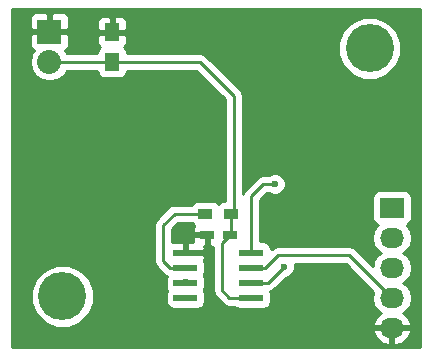
<source format=gbr>
G04 #@! TF.FileFunction,Copper,L2,Bot,Signal*
%FSLAX46Y46*%
G04 Gerber Fmt 4.6, Leading zero omitted, Abs format (unit mm)*
G04 Created by KiCad (PCBNEW (2015-09-17 BZR 6202)-product) date Saturday, October 24, 2015 'PMt' 10:04:51 PM*
%MOMM*%
G01*
G04 APERTURE LIST*
%ADD10C,0.100000*%
%ADD11R,1.250000X1.500000*%
%ADD12R,1.200000X0.750000*%
%ADD13R,1.998980X0.599440*%
%ADD14R,2.032000X1.727200*%
%ADD15O,2.032000X1.727200*%
%ADD16R,2.032000X2.032000*%
%ADD17O,2.032000X2.032000*%
%ADD18R,1.200000X0.900000*%
%ADD19C,4.064000*%
%ADD20C,0.600000*%
%ADD21C,0.250000*%
%ADD22C,0.254000*%
G04 APERTURE END LIST*
D10*
D11*
X109200000Y-105150000D03*
X109200000Y-102650000D03*
D12*
X119150000Y-119800000D03*
X117250000Y-119800000D03*
D13*
X115406000Y-125105000D03*
X115406000Y-123835000D03*
X115406000Y-122565000D03*
X115406000Y-121295000D03*
X120994000Y-121295000D03*
X120994000Y-122565000D03*
X120994000Y-123835000D03*
X120994000Y-125105000D03*
D14*
X132900000Y-117500000D03*
D15*
X132900000Y-120040000D03*
X132900000Y-122580000D03*
X132900000Y-125120000D03*
X132900000Y-127660000D03*
D16*
X103900000Y-102600000D03*
D17*
X103900000Y-105140000D03*
D18*
X119300000Y-118000000D03*
X117100000Y-118000000D03*
D19*
X131000000Y-104000000D03*
X105000000Y-125000000D03*
X105000000Y-125000000D03*
D20*
X115500000Y-123750000D03*
X117000000Y-118000000D03*
X123000000Y-115500000D03*
X123750000Y-122500000D03*
D21*
X119150000Y-119800000D02*
X119150000Y-119850000D01*
X119150000Y-119850000D02*
X118500000Y-120500000D01*
X119105000Y-125105000D02*
X120994000Y-125105000D01*
X118500000Y-124500000D02*
X119105000Y-125105000D01*
X118500000Y-120500000D02*
X118500000Y-124500000D01*
X119300000Y-118000000D02*
X119300000Y-119650000D01*
X119300000Y-119650000D02*
X119150000Y-119800000D01*
X109200000Y-105150000D02*
X116650000Y-105150000D01*
X119500000Y-108000000D02*
X119500000Y-117800000D01*
X116650000Y-105150000D02*
X119500000Y-108000000D01*
X119500000Y-117800000D02*
X119300000Y-118000000D01*
X103900000Y-105140000D02*
X109190000Y-105140000D01*
X109190000Y-105140000D02*
X109200000Y-105150000D01*
X115500000Y-123750000D02*
X115406000Y-123835000D01*
X115406000Y-122565000D02*
X114065000Y-122565000D01*
X114500000Y-118000000D02*
X117100000Y-118000000D01*
X113500000Y-119000000D02*
X114500000Y-118000000D01*
X113500000Y-122000000D02*
X113500000Y-119000000D01*
X114065000Y-122565000D02*
X113500000Y-122000000D01*
X117000000Y-118000000D02*
X117100000Y-118000000D01*
X120994000Y-121295000D02*
X120994000Y-116506000D01*
X122000000Y-115500000D02*
X123000000Y-115500000D01*
X120994000Y-116506000D02*
X122000000Y-115500000D01*
X120994000Y-122565000D02*
X122185000Y-122565000D01*
X129280000Y-121500000D02*
X132900000Y-125120000D01*
X123250000Y-121500000D02*
X129280000Y-121500000D01*
X122185000Y-122565000D02*
X123250000Y-121500000D01*
X122415000Y-123835000D02*
X120994000Y-123835000D01*
X123750000Y-122500000D02*
X122415000Y-123835000D01*
D22*
G36*
X135290000Y-129290000D02*
X100710000Y-129290000D01*
X100710000Y-128019026D01*
X131292642Y-128019026D01*
X131295291Y-128034791D01*
X131549268Y-128562036D01*
X131985680Y-128951954D01*
X132538087Y-129145184D01*
X132773000Y-129000924D01*
X132773000Y-127787000D01*
X133027000Y-127787000D01*
X133027000Y-129000924D01*
X133261913Y-129145184D01*
X133814320Y-128951954D01*
X134250732Y-128562036D01*
X134504709Y-128034791D01*
X134507358Y-128019026D01*
X134386217Y-127787000D01*
X133027000Y-127787000D01*
X132773000Y-127787000D01*
X131413783Y-127787000D01*
X131292642Y-128019026D01*
X100710000Y-128019026D01*
X100710000Y-125528172D01*
X102332538Y-125528172D01*
X102737709Y-126508761D01*
X103487293Y-127259655D01*
X104467173Y-127666536D01*
X105528172Y-127667462D01*
X106508761Y-127262291D01*
X107259655Y-126512707D01*
X107666536Y-125532827D01*
X107667462Y-124471828D01*
X107262291Y-123491239D01*
X106512707Y-122740345D01*
X105532827Y-122333464D01*
X104471828Y-122332538D01*
X103491239Y-122737709D01*
X102740345Y-123487293D01*
X102333464Y-124467173D01*
X102332538Y-125528172D01*
X100710000Y-125528172D01*
X100710000Y-105140000D01*
X102216655Y-105140000D01*
X102342330Y-105771810D01*
X102700222Y-106307433D01*
X103235845Y-106665325D01*
X103867655Y-106791000D01*
X103932345Y-106791000D01*
X104564155Y-106665325D01*
X105099778Y-106307433D01*
X105372016Y-105900000D01*
X107927560Y-105900000D01*
X107971838Y-106135317D01*
X108110910Y-106351441D01*
X108323110Y-106496431D01*
X108575000Y-106547440D01*
X109825000Y-106547440D01*
X110060317Y-106503162D01*
X110276441Y-106364090D01*
X110421431Y-106151890D01*
X110470415Y-105910000D01*
X116335198Y-105910000D01*
X118740000Y-108314802D01*
X118740000Y-116902560D01*
X118700000Y-116902560D01*
X118464683Y-116946838D01*
X118248559Y-117085910D01*
X118200866Y-117155711D01*
X118164090Y-117098559D01*
X117951890Y-116953569D01*
X117700000Y-116902560D01*
X116500000Y-116902560D01*
X116264683Y-116946838D01*
X116048559Y-117085910D01*
X115943274Y-117240000D01*
X114500000Y-117240000D01*
X114209161Y-117297852D01*
X113962599Y-117462599D01*
X112962599Y-118462599D01*
X112797852Y-118709161D01*
X112740000Y-119000000D01*
X112740000Y-122000000D01*
X112797852Y-122290839D01*
X112962599Y-122537401D01*
X113527599Y-123102401D01*
X113774161Y-123267148D01*
X113815551Y-123275381D01*
X113810079Y-123283390D01*
X113759070Y-123535280D01*
X113759070Y-124134720D01*
X113803348Y-124370037D01*
X113867374Y-124469536D01*
X113810079Y-124553390D01*
X113759070Y-124805280D01*
X113759070Y-125404720D01*
X113803348Y-125640037D01*
X113942420Y-125856161D01*
X114154620Y-126001151D01*
X114406510Y-126052160D01*
X116405490Y-126052160D01*
X116640807Y-126007882D01*
X116856931Y-125868810D01*
X117001921Y-125656610D01*
X117052930Y-125404720D01*
X117052930Y-124805280D01*
X117008652Y-124569963D01*
X116944626Y-124470464D01*
X117001921Y-124386610D01*
X117052930Y-124134720D01*
X117052930Y-123535280D01*
X117008652Y-123299963D01*
X116944626Y-123200464D01*
X117001921Y-123116610D01*
X117052930Y-122864720D01*
X117052930Y-122265280D01*
X117008652Y-122029963D01*
X116950170Y-121939080D01*
X117040490Y-121721029D01*
X117040490Y-121580750D01*
X116881740Y-121422000D01*
X115533000Y-121422000D01*
X115533000Y-121442000D01*
X115279000Y-121442000D01*
X115279000Y-121422000D01*
X115259000Y-121422000D01*
X115259000Y-121168000D01*
X115279000Y-121168000D01*
X115279000Y-120519030D01*
X115533000Y-120519030D01*
X115533000Y-121168000D01*
X116881740Y-121168000D01*
X117040490Y-121009250D01*
X117040490Y-120868971D01*
X117000888Y-120773362D01*
X117123000Y-120651250D01*
X117123000Y-119927000D01*
X116173750Y-119927000D01*
X116015000Y-120085750D01*
X116015000Y-120301310D01*
X116039426Y-120360280D01*
X115691750Y-120360280D01*
X115533000Y-120519030D01*
X115279000Y-120519030D01*
X115120250Y-120360280D01*
X114280200Y-120360280D01*
X114260000Y-120368647D01*
X114260000Y-119314802D01*
X114814802Y-118760000D01*
X115944895Y-118760000D01*
X116035910Y-118901441D01*
X116178266Y-118998709D01*
X116111673Y-119065301D01*
X116015000Y-119298690D01*
X116015000Y-119514250D01*
X116173750Y-119673000D01*
X117123000Y-119673000D01*
X117123000Y-119653000D01*
X117377000Y-119653000D01*
X117377000Y-119673000D01*
X117397000Y-119673000D01*
X117397000Y-119927000D01*
X117377000Y-119927000D01*
X117377000Y-120651250D01*
X117535750Y-120810000D01*
X117740000Y-120810000D01*
X117740000Y-124500000D01*
X117797852Y-124790839D01*
X117962599Y-125037401D01*
X118567599Y-125642401D01*
X118814160Y-125807148D01*
X119105000Y-125865000D01*
X119543356Y-125865000D01*
X119742620Y-126001151D01*
X119994510Y-126052160D01*
X121993490Y-126052160D01*
X122228807Y-126007882D01*
X122444931Y-125868810D01*
X122589921Y-125656610D01*
X122640930Y-125404720D01*
X122640930Y-124805280D01*
X122596652Y-124569963D01*
X122590322Y-124560126D01*
X122705839Y-124537148D01*
X122952401Y-124372401D01*
X123889680Y-123435122D01*
X123935167Y-123435162D01*
X124278943Y-123293117D01*
X124542192Y-123030327D01*
X124684838Y-122686799D01*
X124685162Y-122314833D01*
X124662506Y-122260000D01*
X128965198Y-122260000D01*
X131317619Y-124612421D01*
X131216655Y-125120000D01*
X131330729Y-125693489D01*
X131655585Y-126179670D01*
X131965069Y-126386461D01*
X131549268Y-126757964D01*
X131295291Y-127285209D01*
X131292642Y-127300974D01*
X131413783Y-127533000D01*
X132773000Y-127533000D01*
X132773000Y-127513000D01*
X133027000Y-127513000D01*
X133027000Y-127533000D01*
X134386217Y-127533000D01*
X134507358Y-127300974D01*
X134504709Y-127285209D01*
X134250732Y-126757964D01*
X133834931Y-126386461D01*
X134144415Y-126179670D01*
X134469271Y-125693489D01*
X134583345Y-125120000D01*
X134469271Y-124546511D01*
X134144415Y-124060330D01*
X133829634Y-123850000D01*
X134144415Y-123639670D01*
X134469271Y-123153489D01*
X134583345Y-122580000D01*
X134469271Y-122006511D01*
X134144415Y-121520330D01*
X133829634Y-121310000D01*
X134144415Y-121099670D01*
X134469271Y-120613489D01*
X134583345Y-120040000D01*
X134469271Y-119466511D01*
X134144415Y-118980330D01*
X134130087Y-118970757D01*
X134151317Y-118966762D01*
X134367441Y-118827690D01*
X134512431Y-118615490D01*
X134563440Y-118363600D01*
X134563440Y-116636400D01*
X134519162Y-116401083D01*
X134380090Y-116184959D01*
X134167890Y-116039969D01*
X133916000Y-115988960D01*
X131884000Y-115988960D01*
X131648683Y-116033238D01*
X131432559Y-116172310D01*
X131287569Y-116384510D01*
X131236560Y-116636400D01*
X131236560Y-118363600D01*
X131280838Y-118598917D01*
X131419910Y-118815041D01*
X131632110Y-118960031D01*
X131673439Y-118968400D01*
X131655585Y-118980330D01*
X131330729Y-119466511D01*
X131216655Y-120040000D01*
X131330729Y-120613489D01*
X131655585Y-121099670D01*
X131970366Y-121310000D01*
X131655585Y-121520330D01*
X131330729Y-122006511D01*
X131252848Y-122398046D01*
X129817401Y-120962599D01*
X129570839Y-120797852D01*
X129280000Y-120740000D01*
X123250000Y-120740000D01*
X123007414Y-120788254D01*
X122959160Y-120797852D01*
X122712599Y-120962599D01*
X122640930Y-121034268D01*
X122640930Y-120995280D01*
X122596652Y-120759963D01*
X122457580Y-120543839D01*
X122245380Y-120398849D01*
X121993490Y-120347840D01*
X121754000Y-120347840D01*
X121754000Y-116820802D01*
X122314802Y-116260000D01*
X122437537Y-116260000D01*
X122469673Y-116292192D01*
X122813201Y-116434838D01*
X123185167Y-116435162D01*
X123528943Y-116293117D01*
X123792192Y-116030327D01*
X123934838Y-115686799D01*
X123935162Y-115314833D01*
X123793117Y-114971057D01*
X123530327Y-114707808D01*
X123186799Y-114565162D01*
X122814833Y-114564838D01*
X122471057Y-114706883D01*
X122437882Y-114740000D01*
X122000000Y-114740000D01*
X121709161Y-114797852D01*
X121462599Y-114962599D01*
X120456599Y-115968599D01*
X120291852Y-116215161D01*
X120260000Y-116375290D01*
X120260000Y-108000000D01*
X120202148Y-107709161D01*
X120037401Y-107462599D01*
X117187401Y-104612599D01*
X117061047Y-104528172D01*
X128332538Y-104528172D01*
X128737709Y-105508761D01*
X129487293Y-106259655D01*
X130467173Y-106666536D01*
X131528172Y-106667462D01*
X132508761Y-106262291D01*
X133259655Y-105512707D01*
X133666536Y-104532827D01*
X133667462Y-103471828D01*
X133262291Y-102491239D01*
X132512707Y-101740345D01*
X131532827Y-101333464D01*
X130471828Y-101332538D01*
X129491239Y-101737709D01*
X128740345Y-102487293D01*
X128333464Y-103467173D01*
X128332538Y-104528172D01*
X117061047Y-104528172D01*
X116940839Y-104447852D01*
X116650000Y-104390000D01*
X110470558Y-104390000D01*
X110428162Y-104164683D01*
X110289090Y-103948559D01*
X110220994Y-103902031D01*
X110363327Y-103759698D01*
X110460000Y-103526309D01*
X110460000Y-102935750D01*
X110301250Y-102777000D01*
X109327000Y-102777000D01*
X109327000Y-102797000D01*
X109073000Y-102797000D01*
X109073000Y-102777000D01*
X108098750Y-102777000D01*
X107940000Y-102935750D01*
X107940000Y-103526309D01*
X108036673Y-103759698D01*
X108177910Y-103900936D01*
X108123559Y-103935910D01*
X107978569Y-104148110D01*
X107931610Y-104380000D01*
X105372016Y-104380000D01*
X105233034Y-104171999D01*
X105275698Y-104154327D01*
X105454327Y-103975699D01*
X105551000Y-103742310D01*
X105551000Y-102885750D01*
X105392250Y-102727000D01*
X104027000Y-102727000D01*
X104027000Y-102747000D01*
X103773000Y-102747000D01*
X103773000Y-102727000D01*
X102407750Y-102727000D01*
X102249000Y-102885750D01*
X102249000Y-103742310D01*
X102345673Y-103975699D01*
X102524302Y-104154327D01*
X102566966Y-104171999D01*
X102342330Y-104508190D01*
X102216655Y-105140000D01*
X100710000Y-105140000D01*
X100710000Y-101457690D01*
X102249000Y-101457690D01*
X102249000Y-102314250D01*
X102407750Y-102473000D01*
X103773000Y-102473000D01*
X103773000Y-101107750D01*
X104027000Y-101107750D01*
X104027000Y-102473000D01*
X105392250Y-102473000D01*
X105551000Y-102314250D01*
X105551000Y-101773691D01*
X107940000Y-101773691D01*
X107940000Y-102364250D01*
X108098750Y-102523000D01*
X109073000Y-102523000D01*
X109073000Y-101423750D01*
X109327000Y-101423750D01*
X109327000Y-102523000D01*
X110301250Y-102523000D01*
X110460000Y-102364250D01*
X110460000Y-101773691D01*
X110363327Y-101540302D01*
X110184699Y-101361673D01*
X109951310Y-101265000D01*
X109485750Y-101265000D01*
X109327000Y-101423750D01*
X109073000Y-101423750D01*
X108914250Y-101265000D01*
X108448690Y-101265000D01*
X108215301Y-101361673D01*
X108036673Y-101540302D01*
X107940000Y-101773691D01*
X105551000Y-101773691D01*
X105551000Y-101457690D01*
X105454327Y-101224301D01*
X105275698Y-101045673D01*
X105042309Y-100949000D01*
X104185750Y-100949000D01*
X104027000Y-101107750D01*
X103773000Y-101107750D01*
X103614250Y-100949000D01*
X102757691Y-100949000D01*
X102524302Y-101045673D01*
X102345673Y-101224301D01*
X102249000Y-101457690D01*
X100710000Y-101457690D01*
X100710000Y-100710000D01*
X135290000Y-100710000D01*
X135290000Y-129290000D01*
X135290000Y-129290000D01*
G37*
X135290000Y-129290000D02*
X100710000Y-129290000D01*
X100710000Y-128019026D01*
X131292642Y-128019026D01*
X131295291Y-128034791D01*
X131549268Y-128562036D01*
X131985680Y-128951954D01*
X132538087Y-129145184D01*
X132773000Y-129000924D01*
X132773000Y-127787000D01*
X133027000Y-127787000D01*
X133027000Y-129000924D01*
X133261913Y-129145184D01*
X133814320Y-128951954D01*
X134250732Y-128562036D01*
X134504709Y-128034791D01*
X134507358Y-128019026D01*
X134386217Y-127787000D01*
X133027000Y-127787000D01*
X132773000Y-127787000D01*
X131413783Y-127787000D01*
X131292642Y-128019026D01*
X100710000Y-128019026D01*
X100710000Y-125528172D01*
X102332538Y-125528172D01*
X102737709Y-126508761D01*
X103487293Y-127259655D01*
X104467173Y-127666536D01*
X105528172Y-127667462D01*
X106508761Y-127262291D01*
X107259655Y-126512707D01*
X107666536Y-125532827D01*
X107667462Y-124471828D01*
X107262291Y-123491239D01*
X106512707Y-122740345D01*
X105532827Y-122333464D01*
X104471828Y-122332538D01*
X103491239Y-122737709D01*
X102740345Y-123487293D01*
X102333464Y-124467173D01*
X102332538Y-125528172D01*
X100710000Y-125528172D01*
X100710000Y-105140000D01*
X102216655Y-105140000D01*
X102342330Y-105771810D01*
X102700222Y-106307433D01*
X103235845Y-106665325D01*
X103867655Y-106791000D01*
X103932345Y-106791000D01*
X104564155Y-106665325D01*
X105099778Y-106307433D01*
X105372016Y-105900000D01*
X107927560Y-105900000D01*
X107971838Y-106135317D01*
X108110910Y-106351441D01*
X108323110Y-106496431D01*
X108575000Y-106547440D01*
X109825000Y-106547440D01*
X110060317Y-106503162D01*
X110276441Y-106364090D01*
X110421431Y-106151890D01*
X110470415Y-105910000D01*
X116335198Y-105910000D01*
X118740000Y-108314802D01*
X118740000Y-116902560D01*
X118700000Y-116902560D01*
X118464683Y-116946838D01*
X118248559Y-117085910D01*
X118200866Y-117155711D01*
X118164090Y-117098559D01*
X117951890Y-116953569D01*
X117700000Y-116902560D01*
X116500000Y-116902560D01*
X116264683Y-116946838D01*
X116048559Y-117085910D01*
X115943274Y-117240000D01*
X114500000Y-117240000D01*
X114209161Y-117297852D01*
X113962599Y-117462599D01*
X112962599Y-118462599D01*
X112797852Y-118709161D01*
X112740000Y-119000000D01*
X112740000Y-122000000D01*
X112797852Y-122290839D01*
X112962599Y-122537401D01*
X113527599Y-123102401D01*
X113774161Y-123267148D01*
X113815551Y-123275381D01*
X113810079Y-123283390D01*
X113759070Y-123535280D01*
X113759070Y-124134720D01*
X113803348Y-124370037D01*
X113867374Y-124469536D01*
X113810079Y-124553390D01*
X113759070Y-124805280D01*
X113759070Y-125404720D01*
X113803348Y-125640037D01*
X113942420Y-125856161D01*
X114154620Y-126001151D01*
X114406510Y-126052160D01*
X116405490Y-126052160D01*
X116640807Y-126007882D01*
X116856931Y-125868810D01*
X117001921Y-125656610D01*
X117052930Y-125404720D01*
X117052930Y-124805280D01*
X117008652Y-124569963D01*
X116944626Y-124470464D01*
X117001921Y-124386610D01*
X117052930Y-124134720D01*
X117052930Y-123535280D01*
X117008652Y-123299963D01*
X116944626Y-123200464D01*
X117001921Y-123116610D01*
X117052930Y-122864720D01*
X117052930Y-122265280D01*
X117008652Y-122029963D01*
X116950170Y-121939080D01*
X117040490Y-121721029D01*
X117040490Y-121580750D01*
X116881740Y-121422000D01*
X115533000Y-121422000D01*
X115533000Y-121442000D01*
X115279000Y-121442000D01*
X115279000Y-121422000D01*
X115259000Y-121422000D01*
X115259000Y-121168000D01*
X115279000Y-121168000D01*
X115279000Y-120519030D01*
X115533000Y-120519030D01*
X115533000Y-121168000D01*
X116881740Y-121168000D01*
X117040490Y-121009250D01*
X117040490Y-120868971D01*
X117000888Y-120773362D01*
X117123000Y-120651250D01*
X117123000Y-119927000D01*
X116173750Y-119927000D01*
X116015000Y-120085750D01*
X116015000Y-120301310D01*
X116039426Y-120360280D01*
X115691750Y-120360280D01*
X115533000Y-120519030D01*
X115279000Y-120519030D01*
X115120250Y-120360280D01*
X114280200Y-120360280D01*
X114260000Y-120368647D01*
X114260000Y-119314802D01*
X114814802Y-118760000D01*
X115944895Y-118760000D01*
X116035910Y-118901441D01*
X116178266Y-118998709D01*
X116111673Y-119065301D01*
X116015000Y-119298690D01*
X116015000Y-119514250D01*
X116173750Y-119673000D01*
X117123000Y-119673000D01*
X117123000Y-119653000D01*
X117377000Y-119653000D01*
X117377000Y-119673000D01*
X117397000Y-119673000D01*
X117397000Y-119927000D01*
X117377000Y-119927000D01*
X117377000Y-120651250D01*
X117535750Y-120810000D01*
X117740000Y-120810000D01*
X117740000Y-124500000D01*
X117797852Y-124790839D01*
X117962599Y-125037401D01*
X118567599Y-125642401D01*
X118814160Y-125807148D01*
X119105000Y-125865000D01*
X119543356Y-125865000D01*
X119742620Y-126001151D01*
X119994510Y-126052160D01*
X121993490Y-126052160D01*
X122228807Y-126007882D01*
X122444931Y-125868810D01*
X122589921Y-125656610D01*
X122640930Y-125404720D01*
X122640930Y-124805280D01*
X122596652Y-124569963D01*
X122590322Y-124560126D01*
X122705839Y-124537148D01*
X122952401Y-124372401D01*
X123889680Y-123435122D01*
X123935167Y-123435162D01*
X124278943Y-123293117D01*
X124542192Y-123030327D01*
X124684838Y-122686799D01*
X124685162Y-122314833D01*
X124662506Y-122260000D01*
X128965198Y-122260000D01*
X131317619Y-124612421D01*
X131216655Y-125120000D01*
X131330729Y-125693489D01*
X131655585Y-126179670D01*
X131965069Y-126386461D01*
X131549268Y-126757964D01*
X131295291Y-127285209D01*
X131292642Y-127300974D01*
X131413783Y-127533000D01*
X132773000Y-127533000D01*
X132773000Y-127513000D01*
X133027000Y-127513000D01*
X133027000Y-127533000D01*
X134386217Y-127533000D01*
X134507358Y-127300974D01*
X134504709Y-127285209D01*
X134250732Y-126757964D01*
X133834931Y-126386461D01*
X134144415Y-126179670D01*
X134469271Y-125693489D01*
X134583345Y-125120000D01*
X134469271Y-124546511D01*
X134144415Y-124060330D01*
X133829634Y-123850000D01*
X134144415Y-123639670D01*
X134469271Y-123153489D01*
X134583345Y-122580000D01*
X134469271Y-122006511D01*
X134144415Y-121520330D01*
X133829634Y-121310000D01*
X134144415Y-121099670D01*
X134469271Y-120613489D01*
X134583345Y-120040000D01*
X134469271Y-119466511D01*
X134144415Y-118980330D01*
X134130087Y-118970757D01*
X134151317Y-118966762D01*
X134367441Y-118827690D01*
X134512431Y-118615490D01*
X134563440Y-118363600D01*
X134563440Y-116636400D01*
X134519162Y-116401083D01*
X134380090Y-116184959D01*
X134167890Y-116039969D01*
X133916000Y-115988960D01*
X131884000Y-115988960D01*
X131648683Y-116033238D01*
X131432559Y-116172310D01*
X131287569Y-116384510D01*
X131236560Y-116636400D01*
X131236560Y-118363600D01*
X131280838Y-118598917D01*
X131419910Y-118815041D01*
X131632110Y-118960031D01*
X131673439Y-118968400D01*
X131655585Y-118980330D01*
X131330729Y-119466511D01*
X131216655Y-120040000D01*
X131330729Y-120613489D01*
X131655585Y-121099670D01*
X131970366Y-121310000D01*
X131655585Y-121520330D01*
X131330729Y-122006511D01*
X131252848Y-122398046D01*
X129817401Y-120962599D01*
X129570839Y-120797852D01*
X129280000Y-120740000D01*
X123250000Y-120740000D01*
X123007414Y-120788254D01*
X122959160Y-120797852D01*
X122712599Y-120962599D01*
X122640930Y-121034268D01*
X122640930Y-120995280D01*
X122596652Y-120759963D01*
X122457580Y-120543839D01*
X122245380Y-120398849D01*
X121993490Y-120347840D01*
X121754000Y-120347840D01*
X121754000Y-116820802D01*
X122314802Y-116260000D01*
X122437537Y-116260000D01*
X122469673Y-116292192D01*
X122813201Y-116434838D01*
X123185167Y-116435162D01*
X123528943Y-116293117D01*
X123792192Y-116030327D01*
X123934838Y-115686799D01*
X123935162Y-115314833D01*
X123793117Y-114971057D01*
X123530327Y-114707808D01*
X123186799Y-114565162D01*
X122814833Y-114564838D01*
X122471057Y-114706883D01*
X122437882Y-114740000D01*
X122000000Y-114740000D01*
X121709161Y-114797852D01*
X121462599Y-114962599D01*
X120456599Y-115968599D01*
X120291852Y-116215161D01*
X120260000Y-116375290D01*
X120260000Y-108000000D01*
X120202148Y-107709161D01*
X120037401Y-107462599D01*
X117187401Y-104612599D01*
X117061047Y-104528172D01*
X128332538Y-104528172D01*
X128737709Y-105508761D01*
X129487293Y-106259655D01*
X130467173Y-106666536D01*
X131528172Y-106667462D01*
X132508761Y-106262291D01*
X133259655Y-105512707D01*
X133666536Y-104532827D01*
X133667462Y-103471828D01*
X133262291Y-102491239D01*
X132512707Y-101740345D01*
X131532827Y-101333464D01*
X130471828Y-101332538D01*
X129491239Y-101737709D01*
X128740345Y-102487293D01*
X128333464Y-103467173D01*
X128332538Y-104528172D01*
X117061047Y-104528172D01*
X116940839Y-104447852D01*
X116650000Y-104390000D01*
X110470558Y-104390000D01*
X110428162Y-104164683D01*
X110289090Y-103948559D01*
X110220994Y-103902031D01*
X110363327Y-103759698D01*
X110460000Y-103526309D01*
X110460000Y-102935750D01*
X110301250Y-102777000D01*
X109327000Y-102777000D01*
X109327000Y-102797000D01*
X109073000Y-102797000D01*
X109073000Y-102777000D01*
X108098750Y-102777000D01*
X107940000Y-102935750D01*
X107940000Y-103526309D01*
X108036673Y-103759698D01*
X108177910Y-103900936D01*
X108123559Y-103935910D01*
X107978569Y-104148110D01*
X107931610Y-104380000D01*
X105372016Y-104380000D01*
X105233034Y-104171999D01*
X105275698Y-104154327D01*
X105454327Y-103975699D01*
X105551000Y-103742310D01*
X105551000Y-102885750D01*
X105392250Y-102727000D01*
X104027000Y-102727000D01*
X104027000Y-102747000D01*
X103773000Y-102747000D01*
X103773000Y-102727000D01*
X102407750Y-102727000D01*
X102249000Y-102885750D01*
X102249000Y-103742310D01*
X102345673Y-103975699D01*
X102524302Y-104154327D01*
X102566966Y-104171999D01*
X102342330Y-104508190D01*
X102216655Y-105140000D01*
X100710000Y-105140000D01*
X100710000Y-101457690D01*
X102249000Y-101457690D01*
X102249000Y-102314250D01*
X102407750Y-102473000D01*
X103773000Y-102473000D01*
X103773000Y-101107750D01*
X104027000Y-101107750D01*
X104027000Y-102473000D01*
X105392250Y-102473000D01*
X105551000Y-102314250D01*
X105551000Y-101773691D01*
X107940000Y-101773691D01*
X107940000Y-102364250D01*
X108098750Y-102523000D01*
X109073000Y-102523000D01*
X109073000Y-101423750D01*
X109327000Y-101423750D01*
X109327000Y-102523000D01*
X110301250Y-102523000D01*
X110460000Y-102364250D01*
X110460000Y-101773691D01*
X110363327Y-101540302D01*
X110184699Y-101361673D01*
X109951310Y-101265000D01*
X109485750Y-101265000D01*
X109327000Y-101423750D01*
X109073000Y-101423750D01*
X108914250Y-101265000D01*
X108448690Y-101265000D01*
X108215301Y-101361673D01*
X108036673Y-101540302D01*
X107940000Y-101773691D01*
X105551000Y-101773691D01*
X105551000Y-101457690D01*
X105454327Y-101224301D01*
X105275698Y-101045673D01*
X105042309Y-100949000D01*
X104185750Y-100949000D01*
X104027000Y-101107750D01*
X103773000Y-101107750D01*
X103614250Y-100949000D01*
X102757691Y-100949000D01*
X102524302Y-101045673D01*
X102345673Y-101224301D01*
X102249000Y-101457690D01*
X100710000Y-101457690D01*
X100710000Y-100710000D01*
X135290000Y-100710000D01*
X135290000Y-129290000D01*
M02*

</source>
